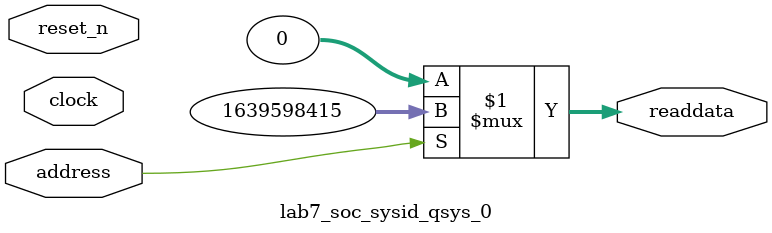
<source format=v>



// synthesis translate_off
`timescale 1ns / 1ps
// synthesis translate_on

// turn off superfluous verilog processor warnings 
// altera message_level Level1 
// altera message_off 10034 10035 10036 10037 10230 10240 10030 

module lab7_soc_sysid_qsys_0 (
               // inputs:
                address,
                clock,
                reset_n,

               // outputs:
                readdata
             )
;

  output  [ 31: 0] readdata;
  input            address;
  input            clock;
  input            reset_n;

  wire    [ 31: 0] readdata;
  //control_slave, which is an e_avalon_slave
  assign readdata = address ? 1639598415 : 0;

endmodule



</source>
